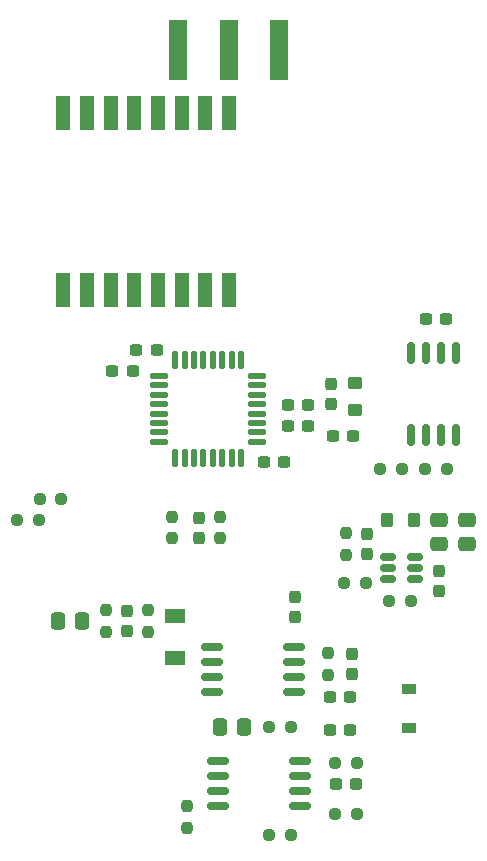
<source format=gbr>
%TF.GenerationSoftware,KiCad,Pcbnew,6.0.11-2627ca5db0~126~ubuntu22.04.1*%
%TF.CreationDate,2023-02-27T20:23:57+01:00*%
%TF.ProjectId,STM32 PIR Sensor,53544d33-3220-4504-9952-2053656e736f,rev?*%
%TF.SameCoordinates,Original*%
%TF.FileFunction,Paste,Top*%
%TF.FilePolarity,Positive*%
%FSLAX46Y46*%
G04 Gerber Fmt 4.6, Leading zero omitted, Abs format (unit mm)*
G04 Created by KiCad (PCBNEW 6.0.11-2627ca5db0~126~ubuntu22.04.1) date 2023-02-27 20:23:57*
%MOMM*%
%LPD*%
G01*
G04 APERTURE LIST*
G04 Aperture macros list*
%AMRoundRect*
0 Rectangle with rounded corners*
0 $1 Rounding radius*
0 $2 $3 $4 $5 $6 $7 $8 $9 X,Y pos of 4 corners*
0 Add a 4 corners polygon primitive as box body*
4,1,4,$2,$3,$4,$5,$6,$7,$8,$9,$2,$3,0*
0 Add four circle primitives for the rounded corners*
1,1,$1+$1,$2,$3*
1,1,$1+$1,$4,$5*
1,1,$1+$1,$6,$7*
1,1,$1+$1,$8,$9*
0 Add four rect primitives between the rounded corners*
20,1,$1+$1,$2,$3,$4,$5,0*
20,1,$1+$1,$4,$5,$6,$7,0*
20,1,$1+$1,$6,$7,$8,$9,0*
20,1,$1+$1,$8,$9,$2,$3,0*%
G04 Aperture macros list end*
%ADD10RoundRect,0.237500X0.250000X0.237500X-0.250000X0.237500X-0.250000X-0.237500X0.250000X-0.237500X0*%
%ADD11RoundRect,0.237500X-0.300000X-0.237500X0.300000X-0.237500X0.300000X0.237500X-0.300000X0.237500X0*%
%ADD12RoundRect,0.250000X0.337500X0.475000X-0.337500X0.475000X-0.337500X-0.475000X0.337500X-0.475000X0*%
%ADD13RoundRect,0.150000X-0.800000X-0.150000X0.800000X-0.150000X0.800000X0.150000X-0.800000X0.150000X0*%
%ADD14RoundRect,0.237500X0.237500X-0.300000X0.237500X0.300000X-0.237500X0.300000X-0.237500X-0.300000X0*%
%ADD15RoundRect,0.237500X-0.250000X-0.237500X0.250000X-0.237500X0.250000X0.237500X-0.250000X0.237500X0*%
%ADD16RoundRect,0.237500X0.237500X-0.250000X0.237500X0.250000X-0.237500X0.250000X-0.237500X-0.250000X0*%
%ADD17RoundRect,0.237500X-0.237500X0.250000X-0.237500X-0.250000X0.237500X-0.250000X0.237500X0.250000X0*%
%ADD18R,1.500000X5.080000*%
%ADD19RoundRect,0.150000X0.512500X0.150000X-0.512500X0.150000X-0.512500X-0.150000X0.512500X-0.150000X0*%
%ADD20RoundRect,0.125000X0.625000X0.125000X-0.625000X0.125000X-0.625000X-0.125000X0.625000X-0.125000X0*%
%ADD21RoundRect,0.125000X0.125000X0.625000X-0.125000X0.625000X-0.125000X-0.625000X0.125000X-0.625000X0*%
%ADD22RoundRect,0.250000X-0.475000X0.337500X-0.475000X-0.337500X0.475000X-0.337500X0.475000X0.337500X0*%
%ADD23RoundRect,0.250000X-0.275000X-0.350000X0.275000X-0.350000X0.275000X0.350000X-0.275000X0.350000X0*%
%ADD24RoundRect,0.237500X0.300000X0.237500X-0.300000X0.237500X-0.300000X-0.237500X0.300000X-0.237500X0*%
%ADD25R,1.198880X2.999740*%
%ADD26RoundRect,0.150000X0.150000X-0.800000X0.150000X0.800000X-0.150000X0.800000X-0.150000X-0.800000X0*%
%ADD27R,1.700000X1.300000*%
%ADD28RoundRect,0.250000X-0.350000X0.275000X-0.350000X-0.275000X0.350000X-0.275000X0.350000X0.275000X0*%
%ADD29RoundRect,0.237500X-0.237500X0.300000X-0.237500X-0.300000X0.237500X-0.300000X0.237500X0.300000X0*%
%ADD30R,1.200000X0.900000*%
G04 APERTURE END LIST*
D10*
%TO.C,R13*%
X241196500Y-99060000D03*
X239371500Y-99060000D03*
%TD*%
D11*
%TO.C,C21*%
X239421500Y-96520000D03*
X241146500Y-96520000D03*
%TD*%
D12*
%TO.C,C15*%
X217953500Y-82744500D03*
X215878500Y-82744500D03*
%TD*%
D13*
%TO.C,U6*%
X228910000Y-84963000D03*
X228910000Y-86233000D03*
X228910000Y-87503000D03*
X228910000Y-88773000D03*
X235910000Y-88773000D03*
X235910000Y-87503000D03*
X235910000Y-86233000D03*
X235910000Y-84963000D03*
%TD*%
D14*
%TO.C,C2*%
X242062000Y-77062500D03*
X242062000Y-75337500D03*
%TD*%
D15*
%TO.C,R14*%
X239371500Y-94742000D03*
X241196500Y-94742000D03*
%TD*%
D16*
%TO.C,R10*%
X238760000Y-87272500D03*
X238760000Y-85447500D03*
%TD*%
D17*
%TO.C,R5*%
X225552000Y-73917000D03*
X225552000Y-75742000D03*
%TD*%
D16*
%TO.C,R11*%
X226822000Y-100226500D03*
X226822000Y-98401500D03*
%TD*%
%TO.C,R8*%
X223520000Y-83657000D03*
X223520000Y-81832000D03*
%TD*%
D12*
%TO.C,C17*%
X231669500Y-91694000D03*
X229594500Y-91694000D03*
%TD*%
D18*
%TO.C,J2*%
X230329280Y-34400000D03*
X226079280Y-34400000D03*
X234579280Y-34400000D03*
%TD*%
D19*
%TO.C,U1*%
X246126000Y-79182000D03*
X246126000Y-78232000D03*
X246126000Y-77282000D03*
X243851000Y-77282000D03*
X243851000Y-78232000D03*
X243851000Y-79182000D03*
%TD*%
D14*
%TO.C,C16*%
X221742000Y-83607000D03*
X221742000Y-81882000D03*
%TD*%
D20*
%TO.C,U4*%
X232775000Y-67570000D03*
X232775000Y-66770000D03*
X232775000Y-65970000D03*
X232775000Y-65170000D03*
X232775000Y-64370000D03*
X232775000Y-63570000D03*
X232775000Y-62770000D03*
X232775000Y-61970000D03*
D21*
X231400000Y-60595000D03*
X230600000Y-60595000D03*
X229800000Y-60595000D03*
X229000000Y-60595000D03*
X228200000Y-60595000D03*
X227400000Y-60595000D03*
X226600000Y-60595000D03*
X225800000Y-60595000D03*
D20*
X224425000Y-61970000D03*
X224425000Y-62770000D03*
X224425000Y-63570000D03*
X224425000Y-64370000D03*
X224425000Y-65170000D03*
X224425000Y-65970000D03*
X224425000Y-66770000D03*
X224425000Y-67570000D03*
D21*
X225800000Y-68945000D03*
X226600000Y-68945000D03*
X227400000Y-68945000D03*
X228200000Y-68945000D03*
X229000000Y-68945000D03*
X229800000Y-68945000D03*
X230600000Y-68945000D03*
X231400000Y-68945000D03*
%TD*%
D22*
%TO.C,C3*%
X250488500Y-74156500D03*
X250488500Y-76231500D03*
%TD*%
D16*
%TO.C,R6*%
X229641000Y-75742000D03*
X229641000Y-73917000D03*
%TD*%
D10*
%TO.C,R2*%
X241958500Y-79502000D03*
X240133500Y-79502000D03*
%TD*%
D22*
%TO.C,C5*%
X248188500Y-74156500D03*
X248188500Y-76231500D03*
%TD*%
D16*
%TO.C,R7*%
X219964000Y-83657000D03*
X219964000Y-81832000D03*
%TD*%
D15*
%TO.C,R3*%
X243943500Y-81000000D03*
X245768500Y-81000000D03*
%TD*%
D11*
%TO.C,C10*%
X235357500Y-64415500D03*
X237082500Y-64415500D03*
%TD*%
D15*
%TO.C,R17*%
X212447500Y-74168000D03*
X214272500Y-74168000D03*
%TD*%
D23*
%TO.C,L1*%
X243706000Y-74168000D03*
X246006000Y-74168000D03*
%TD*%
D16*
%TO.C,R15*%
X240284000Y-77112500D03*
X240284000Y-75287500D03*
%TD*%
D11*
%TO.C,C8*%
X222514500Y-59760000D03*
X224239500Y-59760000D03*
%TD*%
D24*
%TO.C,C7*%
X237082500Y-66193500D03*
X235357500Y-66193500D03*
%TD*%
D15*
%TO.C,R12*%
X233783500Y-100838000D03*
X235608500Y-100838000D03*
%TD*%
D14*
%TO.C,C1*%
X248188500Y-80194000D03*
X248188500Y-78469000D03*
%TD*%
D24*
%TO.C,C9*%
X235050500Y-69241500D03*
X233325500Y-69241500D03*
%TD*%
D25*
%TO.C,U2*%
X216349580Y-54742080D03*
X218348560Y-54742080D03*
X220347540Y-54742080D03*
X222349060Y-54742080D03*
X224345500Y-54742080D03*
X226347020Y-54742080D03*
X228346000Y-54742080D03*
X230344980Y-54742080D03*
X230344980Y-39745920D03*
X228346000Y-39745920D03*
X226347020Y-39745920D03*
X224345500Y-39745920D03*
X222349060Y-39745920D03*
X220347540Y-39745920D03*
X218348560Y-39745920D03*
X216349580Y-39745920D03*
%TD*%
D26*
%TO.C,U3*%
X245745000Y-67000000D03*
X247015000Y-67000000D03*
X248285000Y-67000000D03*
X249555000Y-67000000D03*
X249555000Y-60000000D03*
X248285000Y-60000000D03*
X247015000Y-60000000D03*
X245745000Y-60000000D03*
%TD*%
D24*
%TO.C,C22*%
X240638500Y-91948000D03*
X238913500Y-91948000D03*
%TD*%
D27*
%TO.C,D2*%
X225806000Y-85824000D03*
X225806000Y-82324000D03*
%TD*%
D10*
%TO.C,R18*%
X216154000Y-72390000D03*
X214329000Y-72390000D03*
%TD*%
D24*
%TO.C,C6*%
X222207500Y-61538000D03*
X220482500Y-61538000D03*
%TD*%
D13*
%TO.C,U7*%
X229418000Y-94615000D03*
X229418000Y-95885000D03*
X229418000Y-97155000D03*
X229418000Y-98425000D03*
X236418000Y-98425000D03*
X236418000Y-97155000D03*
X236418000Y-95885000D03*
X236418000Y-94615000D03*
%TD*%
D10*
%TO.C,R1*%
X248816500Y-69850000D03*
X246991500Y-69850000D03*
%TD*%
D15*
%TO.C,R4*%
X243181500Y-69850000D03*
X245006500Y-69850000D03*
%TD*%
D24*
%TO.C,C4*%
X248766500Y-57150000D03*
X247041500Y-57150000D03*
%TD*%
D28*
%TO.C,FB1*%
X241046000Y-62604000D03*
X241046000Y-64904000D03*
%TD*%
D11*
%TO.C,C18*%
X238913500Y-89154000D03*
X240638500Y-89154000D03*
%TD*%
D29*
%TO.C,C20*%
X235966000Y-80671500D03*
X235966000Y-82396500D03*
%TD*%
D24*
%TO.C,C12*%
X240892500Y-67056000D03*
X239167500Y-67056000D03*
%TD*%
D14*
%TO.C,C19*%
X240792000Y-87222500D03*
X240792000Y-85497500D03*
%TD*%
%TO.C,C13*%
X227863000Y-75692000D03*
X227863000Y-73967000D03*
%TD*%
D29*
%TO.C,C11*%
X239014000Y-62637500D03*
X239014000Y-64362500D03*
%TD*%
D15*
%TO.C,R9*%
X233783500Y-91694000D03*
X235608500Y-91694000D03*
%TD*%
D30*
%TO.C,D1*%
X245618000Y-88520000D03*
X245618000Y-91820000D03*
%TD*%
M02*

</source>
